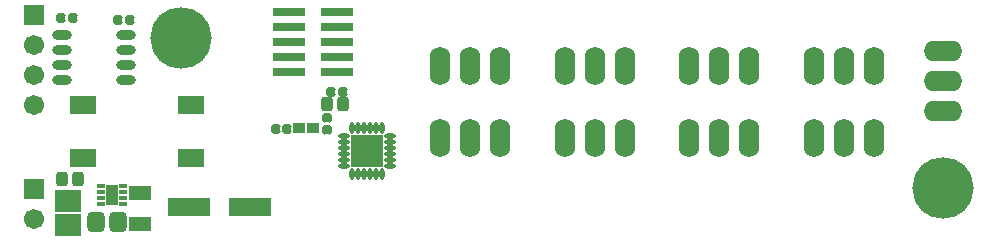
<source format=gts>
G04 Layer_Color=8388736*
%FSLAX23Y23*%
%MOIN*%
G70*
G01*
G75*
%ADD23R,0.110X0.030*%
G04:AMPARAMS|DCode=43|XSize=37mil|YSize=47mil|CornerRadius=10mil|HoleSize=0mil|Usage=FLASHONLY|Rotation=0.000|XOffset=0mil|YOffset=0mil|HoleType=Round|Shape=RoundedRectangle|*
%AMROUNDEDRECTD43*
21,1,0.037,0.028,0,0,0.0*
21,1,0.017,0.047,0,0,0.0*
1,1,0.020,0.009,-0.014*
1,1,0.020,-0.009,-0.014*
1,1,0.020,-0.009,0.014*
1,1,0.020,0.009,0.014*
%
%ADD43ROUNDEDRECTD43*%
%ADD44R,0.025X0.017*%
%ADD45R,0.041X0.069*%
%ADD46R,0.091X0.073*%
G04:AMPARAMS|DCode=47|XSize=60mil|YSize=68mil|CornerRadius=17mil|HoleSize=0mil|Usage=FLASHONLY|Rotation=180.000|XOffset=0mil|YOffset=0mil|HoleType=Round|Shape=RoundedRectangle|*
%AMROUNDEDRECTD47*
21,1,0.060,0.034,0,0,180.0*
21,1,0.026,0.068,0,0,180.0*
1,1,0.034,-0.013,0.017*
1,1,0.034,0.013,0.017*
1,1,0.034,0.013,-0.017*
1,1,0.034,-0.013,-0.017*
%
%ADD47ROUNDEDRECTD47*%
%ADD48R,0.075X0.051*%
%ADD49R,0.039X0.032*%
G04:AMPARAMS|DCode=50|XSize=30mil|YSize=32mil|CornerRadius=8mil|HoleSize=0mil|Usage=FLASHONLY|Rotation=180.000|XOffset=0mil|YOffset=0mil|HoleType=Round|Shape=RoundedRectangle|*
%AMROUNDEDRECTD50*
21,1,0.030,0.015,0,0,180.0*
21,1,0.013,0.032,0,0,180.0*
1,1,0.017,-0.007,0.008*
1,1,0.017,0.007,0.008*
1,1,0.017,0.007,-0.008*
1,1,0.017,-0.007,-0.008*
%
%ADD50ROUNDEDRECTD50*%
G04:AMPARAMS|DCode=51|XSize=30mil|YSize=32mil|CornerRadius=8mil|HoleSize=0mil|Usage=FLASHONLY|Rotation=90.000|XOffset=0mil|YOffset=0mil|HoleType=Round|Shape=RoundedRectangle|*
%AMROUNDEDRECTD51*
21,1,0.030,0.015,0,0,90.0*
21,1,0.013,0.032,0,0,90.0*
1,1,0.017,0.008,0.007*
1,1,0.017,0.008,-0.007*
1,1,0.017,-0.008,-0.007*
1,1,0.017,-0.008,0.007*
%
%ADD51ROUNDEDRECTD51*%
%ADD52R,0.091X0.063*%
%ADD53R,0.108X0.108*%
%ADD54O,0.018X0.038*%
%ADD55O,0.038X0.018*%
%ADD56R,0.142X0.063*%
%ADD57O,0.065X0.032*%
%ADD58O,0.068X0.128*%
%ADD59R,0.067X0.067*%
%ADD60C,0.067*%
%ADD61C,0.205*%
%ADD62O,0.128X0.068*%
D23*
X1520Y585D02*
D03*
X1360D02*
D03*
X1520Y635D02*
D03*
X1360D02*
D03*
X1520Y685D02*
D03*
X1360D02*
D03*
X1520Y735D02*
D03*
X1360D02*
D03*
X1520Y785D02*
D03*
X1360D02*
D03*
D43*
X603Y230D02*
D03*
X657D02*
D03*
X1542Y480D02*
D03*
X1488D02*
D03*
D44*
X807Y145D02*
D03*
Y165D02*
D03*
Y185D02*
D03*
Y205D02*
D03*
X733D02*
D03*
Y185D02*
D03*
Y165D02*
D03*
Y145D02*
D03*
D45*
X770Y175D02*
D03*
D46*
X625Y75D02*
D03*
Y155D02*
D03*
D47*
X717Y85D02*
D03*
X792D02*
D03*
D48*
X865Y78D02*
D03*
Y182D02*
D03*
D49*
X1442Y398D02*
D03*
X1395D02*
D03*
D50*
X1354Y395D02*
D03*
X1316D02*
D03*
X1539Y520D02*
D03*
X1501D02*
D03*
X829Y760D02*
D03*
X791D02*
D03*
X601Y765D02*
D03*
X639D02*
D03*
D51*
X1488Y394D02*
D03*
Y432D02*
D03*
D52*
X1033Y475D02*
D03*
Y298D02*
D03*
X675D02*
D03*
Y475D02*
D03*
D53*
X1621Y323D02*
D03*
D54*
X1572Y400D02*
D03*
X1591D02*
D03*
X1611D02*
D03*
X1631D02*
D03*
X1650D02*
D03*
X1670D02*
D03*
Y246D02*
D03*
X1650D02*
D03*
X1631D02*
D03*
X1611D02*
D03*
X1591D02*
D03*
X1572D02*
D03*
D55*
X1698Y372D02*
D03*
Y352D02*
D03*
Y333D02*
D03*
Y313D02*
D03*
Y293D02*
D03*
Y274D02*
D03*
X1544D02*
D03*
Y293D02*
D03*
Y313D02*
D03*
Y333D02*
D03*
Y352D02*
D03*
Y372D02*
D03*
D56*
X1232Y135D02*
D03*
X1028D02*
D03*
D57*
X603Y710D02*
D03*
Y660D02*
D03*
Y610D02*
D03*
Y560D02*
D03*
X817Y710D02*
D03*
Y660D02*
D03*
Y610D02*
D03*
Y560D02*
D03*
D58*
X2065Y605D02*
D03*
X1965D02*
D03*
X1865D02*
D03*
X2480D02*
D03*
X2380D02*
D03*
X2280D02*
D03*
X2895D02*
D03*
X2795D02*
D03*
X2695D02*
D03*
X3110Y365D02*
D03*
X3210D02*
D03*
X3310D02*
D03*
X1865D02*
D03*
X1965D02*
D03*
X2065D02*
D03*
X3310Y605D02*
D03*
X3210D02*
D03*
X3110D02*
D03*
X2280Y365D02*
D03*
X2380D02*
D03*
X2480D02*
D03*
X2695D02*
D03*
X2795D02*
D03*
X2895D02*
D03*
D59*
X510Y195D02*
D03*
Y775D02*
D03*
D60*
Y95D02*
D03*
Y475D02*
D03*
Y675D02*
D03*
Y575D02*
D03*
D61*
X3540Y200D02*
D03*
X1000Y700D02*
D03*
D62*
X3540Y455D02*
D03*
Y555D02*
D03*
Y655D02*
D03*
M02*

</source>
